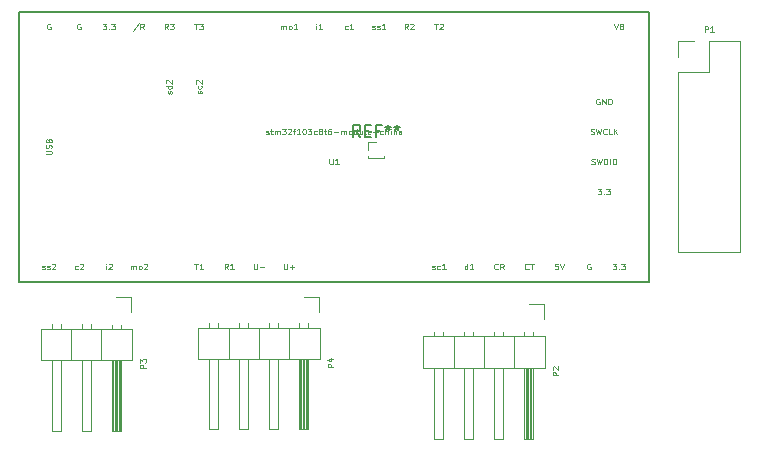
<source format=gto>
G04 #@! TF.FileFunction,Legend,Top*
%FSLAX46Y46*%
G04 Gerber Fmt 4.6, Leading zero omitted, Abs format (unit mm)*
G04 Created by KiCad (PCBNEW 4.0.7) date 12/24/17 13:22:17*
%MOMM*%
%LPD*%
G01*
G04 APERTURE LIST*
%ADD10C,0.100000*%
%ADD11C,0.150000*%
%ADD12C,0.120000*%
%ADD13C,0.125000*%
G04 APERTURE END LIST*
D10*
D11*
X100330000Y-68580000D02*
X153670000Y-68580000D01*
X153670000Y-45720000D02*
X100330000Y-45720000D01*
X153670000Y-68580000D02*
X153670000Y-45720000D01*
X100330000Y-45720000D02*
X100330000Y-68580000D01*
D12*
X156150000Y-50800000D02*
X156150000Y-66100000D01*
X156150000Y-66100000D02*
X161350000Y-66100000D01*
X161350000Y-66100000D02*
X161350000Y-48200000D01*
X161350000Y-48200000D02*
X158750000Y-48200000D01*
X158750000Y-48200000D02*
X158750000Y-50800000D01*
X158750000Y-50800000D02*
X156150000Y-50800000D01*
X156150000Y-49530000D02*
X156150000Y-48200000D01*
X156150000Y-48200000D02*
X157480000Y-48200000D01*
X125790000Y-72460000D02*
X123190000Y-72460000D01*
X123190000Y-72460000D02*
X123190000Y-75080000D01*
X123190000Y-75080000D02*
X125790000Y-75080000D01*
X125790000Y-75080000D02*
X125790000Y-72460000D01*
X124840000Y-75080000D02*
X124080000Y-75080000D01*
X124080000Y-75080000D02*
X124080000Y-81080000D01*
X124080000Y-81080000D02*
X124840000Y-81080000D01*
X124840000Y-81080000D02*
X124840000Y-75080000D01*
X124840000Y-72030000D02*
X124840000Y-72460000D01*
X124080000Y-72030000D02*
X124080000Y-72460000D01*
X124720000Y-75080000D02*
X124720000Y-81080000D01*
X124600000Y-75080000D02*
X124600000Y-81080000D01*
X124480000Y-75080000D02*
X124480000Y-81080000D01*
X124360000Y-75080000D02*
X124360000Y-81080000D01*
X124240000Y-75080000D02*
X124240000Y-81080000D01*
X124120000Y-75080000D02*
X124120000Y-81080000D01*
X123190000Y-72460000D02*
X120650000Y-72460000D01*
X120650000Y-72460000D02*
X120650000Y-75080000D01*
X120650000Y-75080000D02*
X123190000Y-75080000D01*
X123190000Y-75080000D02*
X123190000Y-72460000D01*
X122300000Y-75080000D02*
X121540000Y-75080000D01*
X121540000Y-75080000D02*
X121540000Y-81080000D01*
X121540000Y-81080000D02*
X122300000Y-81080000D01*
X122300000Y-81080000D02*
X122300000Y-75080000D01*
X122300000Y-72030000D02*
X122300000Y-72460000D01*
X121540000Y-72030000D02*
X121540000Y-72460000D01*
X120650000Y-72460000D02*
X118110000Y-72460000D01*
X118110000Y-72460000D02*
X118110000Y-75080000D01*
X118110000Y-75080000D02*
X120650000Y-75080000D01*
X120650000Y-75080000D02*
X120650000Y-72460000D01*
X119760000Y-75080000D02*
X119000000Y-75080000D01*
X119000000Y-75080000D02*
X119000000Y-81080000D01*
X119000000Y-81080000D02*
X119760000Y-81080000D01*
X119760000Y-81080000D02*
X119760000Y-75080000D01*
X119760000Y-72030000D02*
X119760000Y-72460000D01*
X119000000Y-72030000D02*
X119000000Y-72460000D01*
X118110000Y-72460000D02*
X115510000Y-72460000D01*
X115510000Y-72460000D02*
X115510000Y-75080000D01*
X115510000Y-75080000D02*
X118110000Y-75080000D01*
X118110000Y-75080000D02*
X118110000Y-72460000D01*
X117220000Y-75080000D02*
X116460000Y-75080000D01*
X116460000Y-75080000D02*
X116460000Y-81080000D01*
X116460000Y-81080000D02*
X117220000Y-81080000D01*
X117220000Y-81080000D02*
X117220000Y-75080000D01*
X117220000Y-72030000D02*
X117220000Y-72460000D01*
X116460000Y-72030000D02*
X116460000Y-72460000D01*
X124460000Y-69850000D02*
X125730000Y-69850000D01*
X125730000Y-69850000D02*
X125730000Y-71120000D01*
X144840000Y-73195000D02*
X134560000Y-73195000D01*
X134560000Y-73195000D02*
X134560000Y-75855000D01*
X134560000Y-75855000D02*
X144840000Y-75855000D01*
X144840000Y-75855000D02*
X144840000Y-73195000D01*
X143890000Y-75855000D02*
X143890000Y-81855000D01*
X143890000Y-81855000D02*
X143130000Y-81855000D01*
X143130000Y-81855000D02*
X143130000Y-75855000D01*
X143830000Y-75855000D02*
X143830000Y-81855000D01*
X143710000Y-75855000D02*
X143710000Y-81855000D01*
X143590000Y-75855000D02*
X143590000Y-81855000D01*
X143470000Y-75855000D02*
X143470000Y-81855000D01*
X143350000Y-75855000D02*
X143350000Y-81855000D01*
X143230000Y-75855000D02*
X143230000Y-81855000D01*
X143890000Y-72865000D02*
X143890000Y-73195000D01*
X143130000Y-72865000D02*
X143130000Y-73195000D01*
X142240000Y-73195000D02*
X142240000Y-75855000D01*
X141350000Y-75855000D02*
X141350000Y-81855000D01*
X141350000Y-81855000D02*
X140590000Y-81855000D01*
X140590000Y-81855000D02*
X140590000Y-75855000D01*
X141350000Y-72797929D02*
X141350000Y-73195000D01*
X140590000Y-72797929D02*
X140590000Y-73195000D01*
X139700000Y-73195000D02*
X139700000Y-75855000D01*
X138810000Y-75855000D02*
X138810000Y-81855000D01*
X138810000Y-81855000D02*
X138050000Y-81855000D01*
X138050000Y-81855000D02*
X138050000Y-75855000D01*
X138810000Y-72797929D02*
X138810000Y-73195000D01*
X138050000Y-72797929D02*
X138050000Y-73195000D01*
X137160000Y-73195000D02*
X137160000Y-75855000D01*
X136270000Y-75855000D02*
X136270000Y-81855000D01*
X136270000Y-81855000D02*
X135510000Y-81855000D01*
X135510000Y-81855000D02*
X135510000Y-75855000D01*
X136270000Y-72797929D02*
X136270000Y-73195000D01*
X135510000Y-72797929D02*
X135510000Y-73195000D01*
X143510000Y-70485000D02*
X144780000Y-70485000D01*
X144780000Y-70485000D02*
X144780000Y-71755000D01*
X109915000Y-72560000D02*
X102175000Y-72560000D01*
X102175000Y-72560000D02*
X102175000Y-75220000D01*
X102175000Y-75220000D02*
X109915000Y-75220000D01*
X109915000Y-75220000D02*
X109915000Y-72560000D01*
X108965000Y-75220000D02*
X108965000Y-81220000D01*
X108965000Y-81220000D02*
X108205000Y-81220000D01*
X108205000Y-81220000D02*
X108205000Y-75220000D01*
X108905000Y-75220000D02*
X108905000Y-81220000D01*
X108785000Y-75220000D02*
X108785000Y-81220000D01*
X108665000Y-75220000D02*
X108665000Y-81220000D01*
X108545000Y-75220000D02*
X108545000Y-81220000D01*
X108425000Y-75220000D02*
X108425000Y-81220000D01*
X108305000Y-75220000D02*
X108305000Y-81220000D01*
X108965000Y-72230000D02*
X108965000Y-72560000D01*
X108205000Y-72230000D02*
X108205000Y-72560000D01*
X107315000Y-72560000D02*
X107315000Y-75220000D01*
X106425000Y-75220000D02*
X106425000Y-81220000D01*
X106425000Y-81220000D02*
X105665000Y-81220000D01*
X105665000Y-81220000D02*
X105665000Y-75220000D01*
X106425000Y-72162929D02*
X106425000Y-72560000D01*
X105665000Y-72162929D02*
X105665000Y-72560000D01*
X104775000Y-72560000D02*
X104775000Y-75220000D01*
X103885000Y-75220000D02*
X103885000Y-81220000D01*
X103885000Y-81220000D02*
X103125000Y-81220000D01*
X103125000Y-81220000D02*
X103125000Y-75220000D01*
X103885000Y-72162929D02*
X103885000Y-72560000D01*
X103125000Y-72162929D02*
X103125000Y-72560000D01*
X108585000Y-69850000D02*
X109855000Y-69850000D01*
X109855000Y-69850000D02*
X109855000Y-71120000D01*
X129861000Y-58089000D02*
X131251000Y-58089000D01*
X129861000Y-58089000D02*
X129861000Y-57964000D01*
X131251000Y-58089000D02*
X131251000Y-57964000D01*
X129861000Y-58089000D02*
X129947724Y-58089000D01*
X131164276Y-58089000D02*
X131251000Y-58089000D01*
X129861000Y-57404000D02*
X129861000Y-56719000D01*
X129861000Y-56719000D02*
X130556000Y-56719000D01*
D13*
X126619048Y-58146190D02*
X126619048Y-58550952D01*
X126642857Y-58598571D01*
X126666667Y-58622381D01*
X126714286Y-58646190D01*
X126809524Y-58646190D01*
X126857143Y-58622381D01*
X126880952Y-58598571D01*
X126904762Y-58550952D01*
X126904762Y-58146190D01*
X127404762Y-58646190D02*
X127119048Y-58646190D01*
X127261905Y-58646190D02*
X127261905Y-58146190D01*
X127214286Y-58217619D01*
X127166667Y-58265238D01*
X127119048Y-58289048D01*
X121261907Y-56082381D02*
X121309526Y-56106190D01*
X121404764Y-56106190D01*
X121452383Y-56082381D01*
X121476193Y-56034762D01*
X121476193Y-56010952D01*
X121452383Y-55963333D01*
X121404764Y-55939524D01*
X121333336Y-55939524D01*
X121285717Y-55915714D01*
X121261907Y-55868095D01*
X121261907Y-55844286D01*
X121285717Y-55796667D01*
X121333336Y-55772857D01*
X121404764Y-55772857D01*
X121452383Y-55796667D01*
X121619050Y-55772857D02*
X121809526Y-55772857D01*
X121690479Y-55606190D02*
X121690479Y-56034762D01*
X121714288Y-56082381D01*
X121761907Y-56106190D01*
X121809526Y-56106190D01*
X121976193Y-56106190D02*
X121976193Y-55772857D01*
X121976193Y-55820476D02*
X122000002Y-55796667D01*
X122047621Y-55772857D01*
X122119050Y-55772857D01*
X122166669Y-55796667D01*
X122190478Y-55844286D01*
X122190478Y-56106190D01*
X122190478Y-55844286D02*
X122214288Y-55796667D01*
X122261907Y-55772857D01*
X122333335Y-55772857D01*
X122380955Y-55796667D01*
X122404764Y-55844286D01*
X122404764Y-56106190D01*
X122595241Y-55606190D02*
X122904764Y-55606190D01*
X122738098Y-55796667D01*
X122809526Y-55796667D01*
X122857145Y-55820476D01*
X122880955Y-55844286D01*
X122904764Y-55891905D01*
X122904764Y-56010952D01*
X122880955Y-56058571D01*
X122857145Y-56082381D01*
X122809526Y-56106190D01*
X122666669Y-56106190D01*
X122619050Y-56082381D01*
X122595241Y-56058571D01*
X123095240Y-55653810D02*
X123119050Y-55630000D01*
X123166669Y-55606190D01*
X123285716Y-55606190D01*
X123333335Y-55630000D01*
X123357145Y-55653810D01*
X123380954Y-55701429D01*
X123380954Y-55749048D01*
X123357145Y-55820476D01*
X123071431Y-56106190D01*
X123380954Y-56106190D01*
X123523811Y-55772857D02*
X123714287Y-55772857D01*
X123595240Y-56106190D02*
X123595240Y-55677619D01*
X123619049Y-55630000D01*
X123666668Y-55606190D01*
X123714287Y-55606190D01*
X124142858Y-56106190D02*
X123857144Y-56106190D01*
X124000001Y-56106190D02*
X124000001Y-55606190D01*
X123952382Y-55677619D01*
X123904763Y-55725238D01*
X123857144Y-55749048D01*
X124452382Y-55606190D02*
X124500001Y-55606190D01*
X124547620Y-55630000D01*
X124571429Y-55653810D01*
X124595239Y-55701429D01*
X124619048Y-55796667D01*
X124619048Y-55915714D01*
X124595239Y-56010952D01*
X124571429Y-56058571D01*
X124547620Y-56082381D01*
X124500001Y-56106190D01*
X124452382Y-56106190D01*
X124404763Y-56082381D01*
X124380953Y-56058571D01*
X124357144Y-56010952D01*
X124333334Y-55915714D01*
X124333334Y-55796667D01*
X124357144Y-55701429D01*
X124380953Y-55653810D01*
X124404763Y-55630000D01*
X124452382Y-55606190D01*
X124785715Y-55606190D02*
X125095238Y-55606190D01*
X124928572Y-55796667D01*
X125000000Y-55796667D01*
X125047619Y-55820476D01*
X125071429Y-55844286D01*
X125095238Y-55891905D01*
X125095238Y-56010952D01*
X125071429Y-56058571D01*
X125047619Y-56082381D01*
X125000000Y-56106190D01*
X124857143Y-56106190D01*
X124809524Y-56082381D01*
X124785715Y-56058571D01*
X125523809Y-56082381D02*
X125476190Y-56106190D01*
X125380952Y-56106190D01*
X125333333Y-56082381D01*
X125309524Y-56058571D01*
X125285714Y-56010952D01*
X125285714Y-55868095D01*
X125309524Y-55820476D01*
X125333333Y-55796667D01*
X125380952Y-55772857D01*
X125476190Y-55772857D01*
X125523809Y-55796667D01*
X125809523Y-55820476D02*
X125761904Y-55796667D01*
X125738095Y-55772857D01*
X125714285Y-55725238D01*
X125714285Y-55701429D01*
X125738095Y-55653810D01*
X125761904Y-55630000D01*
X125809523Y-55606190D01*
X125904761Y-55606190D01*
X125952380Y-55630000D01*
X125976190Y-55653810D01*
X125999999Y-55701429D01*
X125999999Y-55725238D01*
X125976190Y-55772857D01*
X125952380Y-55796667D01*
X125904761Y-55820476D01*
X125809523Y-55820476D01*
X125761904Y-55844286D01*
X125738095Y-55868095D01*
X125714285Y-55915714D01*
X125714285Y-56010952D01*
X125738095Y-56058571D01*
X125761904Y-56082381D01*
X125809523Y-56106190D01*
X125904761Y-56106190D01*
X125952380Y-56082381D01*
X125976190Y-56058571D01*
X125999999Y-56010952D01*
X125999999Y-55915714D01*
X125976190Y-55868095D01*
X125952380Y-55844286D01*
X125904761Y-55820476D01*
X126142856Y-55772857D02*
X126333332Y-55772857D01*
X126214285Y-55606190D02*
X126214285Y-56034762D01*
X126238094Y-56082381D01*
X126285713Y-56106190D01*
X126333332Y-56106190D01*
X126714284Y-55606190D02*
X126619046Y-55606190D01*
X126571427Y-55630000D01*
X126547618Y-55653810D01*
X126499999Y-55725238D01*
X126476189Y-55820476D01*
X126476189Y-56010952D01*
X126499999Y-56058571D01*
X126523808Y-56082381D01*
X126571427Y-56106190D01*
X126666665Y-56106190D01*
X126714284Y-56082381D01*
X126738094Y-56058571D01*
X126761903Y-56010952D01*
X126761903Y-55891905D01*
X126738094Y-55844286D01*
X126714284Y-55820476D01*
X126666665Y-55796667D01*
X126571427Y-55796667D01*
X126523808Y-55820476D01*
X126499999Y-55844286D01*
X126476189Y-55891905D01*
X126976189Y-55915714D02*
X127357141Y-55915714D01*
X127595237Y-56106190D02*
X127595237Y-55772857D01*
X127595237Y-55820476D02*
X127619046Y-55796667D01*
X127666665Y-55772857D01*
X127738094Y-55772857D01*
X127785713Y-55796667D01*
X127809522Y-55844286D01*
X127809522Y-56106190D01*
X127809522Y-55844286D02*
X127833332Y-55796667D01*
X127880951Y-55772857D01*
X127952379Y-55772857D01*
X127999999Y-55796667D01*
X128023808Y-55844286D01*
X128023808Y-56106190D01*
X128333332Y-56106190D02*
X128285713Y-56082381D01*
X128261904Y-56058571D01*
X128238094Y-56010952D01*
X128238094Y-55868095D01*
X128261904Y-55820476D01*
X128285713Y-55796667D01*
X128333332Y-55772857D01*
X128404761Y-55772857D01*
X128452380Y-55796667D01*
X128476189Y-55820476D01*
X128499999Y-55868095D01*
X128499999Y-56010952D01*
X128476189Y-56058571D01*
X128452380Y-56082381D01*
X128404761Y-56106190D01*
X128333332Y-56106190D01*
X128928570Y-56106190D02*
X128928570Y-55606190D01*
X128928570Y-56082381D02*
X128880951Y-56106190D01*
X128785713Y-56106190D01*
X128738094Y-56082381D01*
X128714285Y-56058571D01*
X128690475Y-56010952D01*
X128690475Y-55868095D01*
X128714285Y-55820476D01*
X128738094Y-55796667D01*
X128785713Y-55772857D01*
X128880951Y-55772857D01*
X128928570Y-55796667D01*
X129380951Y-55772857D02*
X129380951Y-56106190D01*
X129166666Y-55772857D02*
X129166666Y-56034762D01*
X129190475Y-56082381D01*
X129238094Y-56106190D01*
X129309523Y-56106190D01*
X129357142Y-56082381D01*
X129380951Y-56058571D01*
X129690475Y-56106190D02*
X129642856Y-56082381D01*
X129619047Y-56034762D01*
X129619047Y-55606190D01*
X130071428Y-56082381D02*
X130023809Y-56106190D01*
X129928571Y-56106190D01*
X129880952Y-56082381D01*
X129857142Y-56034762D01*
X129857142Y-55844286D01*
X129880952Y-55796667D01*
X129928571Y-55772857D01*
X130023809Y-55772857D01*
X130071428Y-55796667D01*
X130095237Y-55844286D01*
X130095237Y-55891905D01*
X129857142Y-55939524D01*
X130309523Y-55915714D02*
X130690475Y-55915714D01*
X131142856Y-56082381D02*
X131095237Y-56106190D01*
X130999999Y-56106190D01*
X130952380Y-56082381D01*
X130928571Y-56058571D01*
X130904761Y-56010952D01*
X130904761Y-55868095D01*
X130928571Y-55820476D01*
X130952380Y-55796667D01*
X130999999Y-55772857D01*
X131095237Y-55772857D01*
X131142856Y-55796667D01*
X131357142Y-56106190D02*
X131357142Y-55606190D01*
X131571427Y-56106190D02*
X131571427Y-55844286D01*
X131547618Y-55796667D01*
X131499999Y-55772857D01*
X131428570Y-55772857D01*
X131380951Y-55796667D01*
X131357142Y-55820476D01*
X131809523Y-56106190D02*
X131809523Y-55772857D01*
X131809523Y-55606190D02*
X131785713Y-55630000D01*
X131809523Y-55653810D01*
X131833332Y-55630000D01*
X131809523Y-55606190D01*
X131809523Y-55653810D01*
X132047618Y-55772857D02*
X132047618Y-56106190D01*
X132047618Y-55820476D02*
X132071427Y-55796667D01*
X132119046Y-55772857D01*
X132190475Y-55772857D01*
X132238094Y-55796667D01*
X132261903Y-55844286D01*
X132261903Y-56106190D01*
X132714284Y-56106190D02*
X132714284Y-55844286D01*
X132690475Y-55796667D01*
X132642856Y-55772857D01*
X132547618Y-55772857D01*
X132499999Y-55796667D01*
X132714284Y-56082381D02*
X132666665Y-56106190D01*
X132547618Y-56106190D01*
X132499999Y-56082381D01*
X132476189Y-56034762D01*
X132476189Y-55987143D01*
X132499999Y-55939524D01*
X132547618Y-55915714D01*
X132666665Y-55915714D01*
X132714284Y-55891905D01*
X115772381Y-52629523D02*
X115796190Y-52581904D01*
X115796190Y-52486666D01*
X115772381Y-52439047D01*
X115724762Y-52415237D01*
X115700952Y-52415237D01*
X115653333Y-52439047D01*
X115629524Y-52486666D01*
X115629524Y-52558094D01*
X115605714Y-52605713D01*
X115558095Y-52629523D01*
X115534286Y-52629523D01*
X115486667Y-52605713D01*
X115462857Y-52558094D01*
X115462857Y-52486666D01*
X115486667Y-52439047D01*
X115772381Y-51986666D02*
X115796190Y-52034285D01*
X115796190Y-52129523D01*
X115772381Y-52177142D01*
X115748571Y-52200951D01*
X115700952Y-52224761D01*
X115558095Y-52224761D01*
X115510476Y-52200951D01*
X115486667Y-52177142D01*
X115462857Y-52129523D01*
X115462857Y-52034285D01*
X115486667Y-51986666D01*
X115343810Y-51796190D02*
X115320000Y-51772380D01*
X115296190Y-51724761D01*
X115296190Y-51605714D01*
X115320000Y-51558095D01*
X115343810Y-51534285D01*
X115391429Y-51510476D01*
X115439048Y-51510476D01*
X115510476Y-51534285D01*
X115796190Y-51819999D01*
X115796190Y-51510476D01*
X113232381Y-52641428D02*
X113256190Y-52593809D01*
X113256190Y-52498571D01*
X113232381Y-52450952D01*
X113184762Y-52427142D01*
X113160952Y-52427142D01*
X113113333Y-52450952D01*
X113089524Y-52498571D01*
X113089524Y-52569999D01*
X113065714Y-52617618D01*
X113018095Y-52641428D01*
X112994286Y-52641428D01*
X112946667Y-52617618D01*
X112922857Y-52569999D01*
X112922857Y-52498571D01*
X112946667Y-52450952D01*
X113256190Y-51998571D02*
X112756190Y-51998571D01*
X113232381Y-51998571D02*
X113256190Y-52046190D01*
X113256190Y-52141428D01*
X113232381Y-52189047D01*
X113208571Y-52212856D01*
X113160952Y-52236666D01*
X113018095Y-52236666D01*
X112970476Y-52212856D01*
X112946667Y-52189047D01*
X112922857Y-52141428D01*
X112922857Y-52046190D01*
X112946667Y-51998571D01*
X112803810Y-51784285D02*
X112780000Y-51760475D01*
X112756190Y-51712856D01*
X112756190Y-51593809D01*
X112780000Y-51546190D01*
X112803810Y-51522380D01*
X112851429Y-51498571D01*
X112899048Y-51498571D01*
X112970476Y-51522380D01*
X113256190Y-51808094D01*
X113256190Y-51498571D01*
X109811429Y-67536190D02*
X109811429Y-67202857D01*
X109811429Y-67250476D02*
X109835238Y-67226667D01*
X109882857Y-67202857D01*
X109954286Y-67202857D01*
X110001905Y-67226667D01*
X110025714Y-67274286D01*
X110025714Y-67536190D01*
X110025714Y-67274286D02*
X110049524Y-67226667D01*
X110097143Y-67202857D01*
X110168571Y-67202857D01*
X110216191Y-67226667D01*
X110240000Y-67274286D01*
X110240000Y-67536190D01*
X110549524Y-67536190D02*
X110501905Y-67512381D01*
X110478096Y-67488571D01*
X110454286Y-67440952D01*
X110454286Y-67298095D01*
X110478096Y-67250476D01*
X110501905Y-67226667D01*
X110549524Y-67202857D01*
X110620953Y-67202857D01*
X110668572Y-67226667D01*
X110692381Y-67250476D01*
X110716191Y-67298095D01*
X110716191Y-67440952D01*
X110692381Y-67488571D01*
X110668572Y-67512381D01*
X110620953Y-67536190D01*
X110549524Y-67536190D01*
X110906667Y-67083810D02*
X110930477Y-67060000D01*
X110978096Y-67036190D01*
X111097143Y-67036190D01*
X111144762Y-67060000D01*
X111168572Y-67083810D01*
X111192381Y-67131429D01*
X111192381Y-67179048D01*
X111168572Y-67250476D01*
X110882858Y-67536190D01*
X111192381Y-67536190D01*
X107711906Y-67536190D02*
X107711906Y-67202857D01*
X107711906Y-67036190D02*
X107688096Y-67060000D01*
X107711906Y-67083810D01*
X107735715Y-67060000D01*
X107711906Y-67036190D01*
X107711906Y-67083810D01*
X107926191Y-67083810D02*
X107950001Y-67060000D01*
X107997620Y-67036190D01*
X108116667Y-67036190D01*
X108164286Y-67060000D01*
X108188096Y-67083810D01*
X108211905Y-67131429D01*
X108211905Y-67179048D01*
X108188096Y-67250476D01*
X107902382Y-67536190D01*
X108211905Y-67536190D01*
X105290953Y-67512381D02*
X105243334Y-67536190D01*
X105148096Y-67536190D01*
X105100477Y-67512381D01*
X105076668Y-67488571D01*
X105052858Y-67440952D01*
X105052858Y-67298095D01*
X105076668Y-67250476D01*
X105100477Y-67226667D01*
X105148096Y-67202857D01*
X105243334Y-67202857D01*
X105290953Y-67226667D01*
X105481429Y-67083810D02*
X105505239Y-67060000D01*
X105552858Y-67036190D01*
X105671905Y-67036190D01*
X105719524Y-67060000D01*
X105743334Y-67083810D01*
X105767143Y-67131429D01*
X105767143Y-67179048D01*
X105743334Y-67250476D01*
X105457620Y-67536190D01*
X105767143Y-67536190D01*
X102322381Y-67512381D02*
X102370000Y-67536190D01*
X102465238Y-67536190D01*
X102512857Y-67512381D01*
X102536667Y-67464762D01*
X102536667Y-67440952D01*
X102512857Y-67393333D01*
X102465238Y-67369524D01*
X102393810Y-67369524D01*
X102346191Y-67345714D01*
X102322381Y-67298095D01*
X102322381Y-67274286D01*
X102346191Y-67226667D01*
X102393810Y-67202857D01*
X102465238Y-67202857D01*
X102512857Y-67226667D01*
X102727143Y-67512381D02*
X102774762Y-67536190D01*
X102870000Y-67536190D01*
X102917619Y-67512381D01*
X102941429Y-67464762D01*
X102941429Y-67440952D01*
X102917619Y-67393333D01*
X102870000Y-67369524D01*
X102798572Y-67369524D01*
X102750953Y-67345714D01*
X102727143Y-67298095D01*
X102727143Y-67274286D01*
X102750953Y-67226667D01*
X102798572Y-67202857D01*
X102870000Y-67202857D01*
X102917619Y-67226667D01*
X103131905Y-67083810D02*
X103155715Y-67060000D01*
X103203334Y-67036190D01*
X103322381Y-67036190D01*
X103370000Y-67060000D01*
X103393810Y-67083810D01*
X103417619Y-67131429D01*
X103417619Y-67179048D01*
X103393810Y-67250476D01*
X103108096Y-67536190D01*
X103417619Y-67536190D01*
X138299048Y-67536190D02*
X138299048Y-67036190D01*
X138299048Y-67512381D02*
X138251429Y-67536190D01*
X138156191Y-67536190D01*
X138108572Y-67512381D01*
X138084763Y-67488571D01*
X138060953Y-67440952D01*
X138060953Y-67298095D01*
X138084763Y-67250476D01*
X138108572Y-67226667D01*
X138156191Y-67202857D01*
X138251429Y-67202857D01*
X138299048Y-67226667D01*
X138799048Y-67536190D02*
X138513334Y-67536190D01*
X138656191Y-67536190D02*
X138656191Y-67036190D01*
X138608572Y-67107619D01*
X138560953Y-67155238D01*
X138513334Y-67179048D01*
X135330477Y-67512381D02*
X135378096Y-67536190D01*
X135473334Y-67536190D01*
X135520953Y-67512381D01*
X135544763Y-67464762D01*
X135544763Y-67440952D01*
X135520953Y-67393333D01*
X135473334Y-67369524D01*
X135401906Y-67369524D01*
X135354287Y-67345714D01*
X135330477Y-67298095D01*
X135330477Y-67274286D01*
X135354287Y-67226667D01*
X135401906Y-67202857D01*
X135473334Y-67202857D01*
X135520953Y-67226667D01*
X135973334Y-67512381D02*
X135925715Y-67536190D01*
X135830477Y-67536190D01*
X135782858Y-67512381D01*
X135759049Y-67488571D01*
X135735239Y-67440952D01*
X135735239Y-67298095D01*
X135759049Y-67250476D01*
X135782858Y-67226667D01*
X135830477Y-67202857D01*
X135925715Y-67202857D01*
X135973334Y-67226667D01*
X136449524Y-67536190D02*
X136163810Y-67536190D01*
X136306667Y-67536190D02*
X136306667Y-67036190D01*
X136259048Y-67107619D01*
X136211429Y-67155238D01*
X136163810Y-67179048D01*
X135509048Y-46716190D02*
X135794762Y-46716190D01*
X135651905Y-47216190D02*
X135651905Y-46716190D01*
X135937619Y-46763810D02*
X135961429Y-46740000D01*
X136009048Y-46716190D01*
X136128095Y-46716190D01*
X136175714Y-46740000D01*
X136199524Y-46763810D01*
X136223333Y-46811429D01*
X136223333Y-46859048D01*
X136199524Y-46930476D01*
X135913810Y-47216190D01*
X136223333Y-47216190D01*
X133266667Y-47216190D02*
X133100000Y-46978095D01*
X132980953Y-47216190D02*
X132980953Y-46716190D01*
X133171429Y-46716190D01*
X133219048Y-46740000D01*
X133242857Y-46763810D01*
X133266667Y-46811429D01*
X133266667Y-46882857D01*
X133242857Y-46930476D01*
X133219048Y-46954286D01*
X133171429Y-46978095D01*
X132980953Y-46978095D01*
X133457143Y-46763810D02*
X133480953Y-46740000D01*
X133528572Y-46716190D01*
X133647619Y-46716190D01*
X133695238Y-46740000D01*
X133719048Y-46763810D01*
X133742857Y-46811429D01*
X133742857Y-46859048D01*
X133719048Y-46930476D01*
X133433334Y-47216190D01*
X133742857Y-47216190D01*
X130262381Y-47192381D02*
X130310000Y-47216190D01*
X130405238Y-47216190D01*
X130452857Y-47192381D01*
X130476667Y-47144762D01*
X130476667Y-47120952D01*
X130452857Y-47073333D01*
X130405238Y-47049524D01*
X130333810Y-47049524D01*
X130286191Y-47025714D01*
X130262381Y-46978095D01*
X130262381Y-46954286D01*
X130286191Y-46906667D01*
X130333810Y-46882857D01*
X130405238Y-46882857D01*
X130452857Y-46906667D01*
X130667143Y-47192381D02*
X130714762Y-47216190D01*
X130810000Y-47216190D01*
X130857619Y-47192381D01*
X130881429Y-47144762D01*
X130881429Y-47120952D01*
X130857619Y-47073333D01*
X130810000Y-47049524D01*
X130738572Y-47049524D01*
X130690953Y-47025714D01*
X130667143Y-46978095D01*
X130667143Y-46954286D01*
X130690953Y-46906667D01*
X130738572Y-46882857D01*
X130810000Y-46882857D01*
X130857619Y-46906667D01*
X131357619Y-47216190D02*
X131071905Y-47216190D01*
X131214762Y-47216190D02*
X131214762Y-46716190D01*
X131167143Y-46787619D01*
X131119524Y-46835238D01*
X131071905Y-46859048D01*
X128150953Y-47192381D02*
X128103334Y-47216190D01*
X128008096Y-47216190D01*
X127960477Y-47192381D01*
X127936668Y-47168571D01*
X127912858Y-47120952D01*
X127912858Y-46978095D01*
X127936668Y-46930476D01*
X127960477Y-46906667D01*
X128008096Y-46882857D01*
X128103334Y-46882857D01*
X128150953Y-46906667D01*
X128627143Y-47216190D02*
X128341429Y-47216190D01*
X128484286Y-47216190D02*
X128484286Y-46716190D01*
X128436667Y-46787619D01*
X128389048Y-46835238D01*
X128341429Y-46859048D01*
X125491906Y-47216190D02*
X125491906Y-46882857D01*
X125491906Y-46716190D02*
X125468096Y-46740000D01*
X125491906Y-46763810D01*
X125515715Y-46740000D01*
X125491906Y-46716190D01*
X125491906Y-46763810D01*
X125991905Y-47216190D02*
X125706191Y-47216190D01*
X125849048Y-47216190D02*
X125849048Y-46716190D01*
X125801429Y-46787619D01*
X125753810Y-46835238D01*
X125706191Y-46859048D01*
X122511429Y-47216190D02*
X122511429Y-46882857D01*
X122511429Y-46930476D02*
X122535238Y-46906667D01*
X122582857Y-46882857D01*
X122654286Y-46882857D01*
X122701905Y-46906667D01*
X122725714Y-46954286D01*
X122725714Y-47216190D01*
X122725714Y-46954286D02*
X122749524Y-46906667D01*
X122797143Y-46882857D01*
X122868571Y-46882857D01*
X122916191Y-46906667D01*
X122940000Y-46954286D01*
X122940000Y-47216190D01*
X123249524Y-47216190D02*
X123201905Y-47192381D01*
X123178096Y-47168571D01*
X123154286Y-47120952D01*
X123154286Y-46978095D01*
X123178096Y-46930476D01*
X123201905Y-46906667D01*
X123249524Y-46882857D01*
X123320953Y-46882857D01*
X123368572Y-46906667D01*
X123392381Y-46930476D01*
X123416191Y-46978095D01*
X123416191Y-47120952D01*
X123392381Y-47168571D01*
X123368572Y-47192381D01*
X123320953Y-47216190D01*
X123249524Y-47216190D01*
X123892381Y-47216190D02*
X123606667Y-47216190D01*
X123749524Y-47216190D02*
X123749524Y-46716190D01*
X123701905Y-46787619D01*
X123654286Y-46835238D01*
X123606667Y-46859048D01*
X115189048Y-46716190D02*
X115474762Y-46716190D01*
X115331905Y-47216190D02*
X115331905Y-46716190D01*
X115593810Y-46716190D02*
X115903333Y-46716190D01*
X115736667Y-46906667D01*
X115808095Y-46906667D01*
X115855714Y-46930476D01*
X115879524Y-46954286D01*
X115903333Y-47001905D01*
X115903333Y-47120952D01*
X115879524Y-47168571D01*
X115855714Y-47192381D01*
X115808095Y-47216190D01*
X115665238Y-47216190D01*
X115617619Y-47192381D01*
X115593810Y-47168571D01*
X112946667Y-47216190D02*
X112780000Y-46978095D01*
X112660953Y-47216190D02*
X112660953Y-46716190D01*
X112851429Y-46716190D01*
X112899048Y-46740000D01*
X112922857Y-46763810D01*
X112946667Y-46811429D01*
X112946667Y-46882857D01*
X112922857Y-46930476D01*
X112899048Y-46954286D01*
X112851429Y-46978095D01*
X112660953Y-46978095D01*
X113113334Y-46716190D02*
X113422857Y-46716190D01*
X113256191Y-46906667D01*
X113327619Y-46906667D01*
X113375238Y-46930476D01*
X113399048Y-46954286D01*
X113422857Y-47001905D01*
X113422857Y-47120952D01*
X113399048Y-47168571D01*
X113375238Y-47192381D01*
X113327619Y-47216190D01*
X113184762Y-47216190D01*
X113137143Y-47192381D01*
X113113334Y-47168571D01*
X143474286Y-67488571D02*
X143450476Y-67512381D01*
X143379048Y-67536190D01*
X143331429Y-67536190D01*
X143260000Y-67512381D01*
X143212381Y-67464762D01*
X143188572Y-67417143D01*
X143164762Y-67321905D01*
X143164762Y-67250476D01*
X143188572Y-67155238D01*
X143212381Y-67107619D01*
X143260000Y-67060000D01*
X143331429Y-67036190D01*
X143379048Y-67036190D01*
X143450476Y-67060000D01*
X143474286Y-67083810D01*
X143617143Y-67036190D02*
X143902857Y-67036190D01*
X143760000Y-67536190D02*
X143760000Y-67036190D01*
X140874762Y-67488571D02*
X140850952Y-67512381D01*
X140779524Y-67536190D01*
X140731905Y-67536190D01*
X140660476Y-67512381D01*
X140612857Y-67464762D01*
X140589048Y-67417143D01*
X140565238Y-67321905D01*
X140565238Y-67250476D01*
X140589048Y-67155238D01*
X140612857Y-67107619D01*
X140660476Y-67060000D01*
X140731905Y-67036190D01*
X140779524Y-67036190D01*
X140850952Y-67060000D01*
X140874762Y-67083810D01*
X141374762Y-67536190D02*
X141208095Y-67298095D01*
X141089048Y-67536190D02*
X141089048Y-67036190D01*
X141279524Y-67036190D01*
X141327143Y-67060000D01*
X141350952Y-67083810D01*
X141374762Y-67131429D01*
X141374762Y-67202857D01*
X141350952Y-67250476D01*
X141327143Y-67274286D01*
X141279524Y-67298095D01*
X141089048Y-67298095D01*
X122737619Y-67036190D02*
X122737619Y-67440952D01*
X122761428Y-67488571D01*
X122785238Y-67512381D01*
X122832857Y-67536190D01*
X122928095Y-67536190D01*
X122975714Y-67512381D01*
X122999523Y-67488571D01*
X123023333Y-67440952D01*
X123023333Y-67036190D01*
X123261429Y-67345714D02*
X123642381Y-67345714D01*
X123451905Y-67536190D02*
X123451905Y-67155238D01*
X120197619Y-67036190D02*
X120197619Y-67440952D01*
X120221428Y-67488571D01*
X120245238Y-67512381D01*
X120292857Y-67536190D01*
X120388095Y-67536190D01*
X120435714Y-67512381D01*
X120459523Y-67488571D01*
X120483333Y-67440952D01*
X120483333Y-67036190D01*
X120721429Y-67345714D02*
X121102381Y-67345714D01*
X118026667Y-67536190D02*
X117860000Y-67298095D01*
X117740953Y-67536190D02*
X117740953Y-67036190D01*
X117931429Y-67036190D01*
X117979048Y-67060000D01*
X118002857Y-67083810D01*
X118026667Y-67131429D01*
X118026667Y-67202857D01*
X118002857Y-67250476D01*
X117979048Y-67274286D01*
X117931429Y-67298095D01*
X117740953Y-67298095D01*
X118502857Y-67536190D02*
X118217143Y-67536190D01*
X118360000Y-67536190D02*
X118360000Y-67036190D01*
X118312381Y-67107619D01*
X118264762Y-67155238D01*
X118217143Y-67179048D01*
X115189048Y-67036190D02*
X115474762Y-67036190D01*
X115331905Y-67536190D02*
X115331905Y-67036190D01*
X115903333Y-67536190D02*
X115617619Y-67536190D01*
X115760476Y-67536190D02*
X115760476Y-67036190D01*
X115712857Y-67107619D01*
X115665238Y-67155238D01*
X115617619Y-67179048D01*
X149336192Y-60686190D02*
X149645715Y-60686190D01*
X149479049Y-60876667D01*
X149550477Y-60876667D01*
X149598096Y-60900476D01*
X149621906Y-60924286D01*
X149645715Y-60971905D01*
X149645715Y-61090952D01*
X149621906Y-61138571D01*
X149598096Y-61162381D01*
X149550477Y-61186190D01*
X149407620Y-61186190D01*
X149360001Y-61162381D01*
X149336192Y-61138571D01*
X149860001Y-61138571D02*
X149883810Y-61162381D01*
X149860001Y-61186190D01*
X149836191Y-61162381D01*
X149860001Y-61138571D01*
X149860001Y-61186190D01*
X150050477Y-60686190D02*
X150360000Y-60686190D01*
X150193334Y-60876667D01*
X150264762Y-60876667D01*
X150312381Y-60900476D01*
X150336191Y-60924286D01*
X150360000Y-60971905D01*
X150360000Y-61090952D01*
X150336191Y-61138571D01*
X150312381Y-61162381D01*
X150264762Y-61186190D01*
X150121905Y-61186190D01*
X150074286Y-61162381D01*
X150050477Y-61138571D01*
X148800476Y-58622381D02*
X148871905Y-58646190D01*
X148990952Y-58646190D01*
X149038571Y-58622381D01*
X149062381Y-58598571D01*
X149086190Y-58550952D01*
X149086190Y-58503333D01*
X149062381Y-58455714D01*
X149038571Y-58431905D01*
X148990952Y-58408095D01*
X148895714Y-58384286D01*
X148848095Y-58360476D01*
X148824286Y-58336667D01*
X148800476Y-58289048D01*
X148800476Y-58241429D01*
X148824286Y-58193810D01*
X148848095Y-58170000D01*
X148895714Y-58146190D01*
X149014762Y-58146190D01*
X149086190Y-58170000D01*
X149252857Y-58146190D02*
X149371904Y-58646190D01*
X149467142Y-58289048D01*
X149562380Y-58646190D01*
X149681428Y-58146190D01*
X149871905Y-58646190D02*
X149871905Y-58146190D01*
X149990952Y-58146190D01*
X150062381Y-58170000D01*
X150110000Y-58217619D01*
X150133809Y-58265238D01*
X150157619Y-58360476D01*
X150157619Y-58431905D01*
X150133809Y-58527143D01*
X150110000Y-58574762D01*
X150062381Y-58622381D01*
X149990952Y-58646190D01*
X149871905Y-58646190D01*
X150371905Y-58646190D02*
X150371905Y-58146190D01*
X150705238Y-58146190D02*
X150800476Y-58146190D01*
X150848095Y-58170000D01*
X150895714Y-58217619D01*
X150919523Y-58312857D01*
X150919523Y-58479524D01*
X150895714Y-58574762D01*
X150848095Y-58622381D01*
X150800476Y-58646190D01*
X150705238Y-58646190D01*
X150657619Y-58622381D01*
X150610000Y-58574762D01*
X150586190Y-58479524D01*
X150586190Y-58312857D01*
X150610000Y-58217619D01*
X150657619Y-58170000D01*
X150705238Y-58146190D01*
X148729048Y-56082381D02*
X148800477Y-56106190D01*
X148919524Y-56106190D01*
X148967143Y-56082381D01*
X148990953Y-56058571D01*
X149014762Y-56010952D01*
X149014762Y-55963333D01*
X148990953Y-55915714D01*
X148967143Y-55891905D01*
X148919524Y-55868095D01*
X148824286Y-55844286D01*
X148776667Y-55820476D01*
X148752858Y-55796667D01*
X148729048Y-55749048D01*
X148729048Y-55701429D01*
X148752858Y-55653810D01*
X148776667Y-55630000D01*
X148824286Y-55606190D01*
X148943334Y-55606190D01*
X149014762Y-55630000D01*
X149181429Y-55606190D02*
X149300476Y-56106190D01*
X149395714Y-55749048D01*
X149490952Y-56106190D01*
X149610000Y-55606190D01*
X150086191Y-56058571D02*
X150062381Y-56082381D01*
X149990953Y-56106190D01*
X149943334Y-56106190D01*
X149871905Y-56082381D01*
X149824286Y-56034762D01*
X149800477Y-55987143D01*
X149776667Y-55891905D01*
X149776667Y-55820476D01*
X149800477Y-55725238D01*
X149824286Y-55677619D01*
X149871905Y-55630000D01*
X149943334Y-55606190D01*
X149990953Y-55606190D01*
X150062381Y-55630000D01*
X150086191Y-55653810D01*
X150538572Y-56106190D02*
X150300477Y-56106190D01*
X150300477Y-55606190D01*
X150705239Y-56106190D02*
X150705239Y-55606190D01*
X150990953Y-56106190D02*
X150776667Y-55820476D01*
X150990953Y-55606190D02*
X150705239Y-55891905D01*
X149479047Y-53090000D02*
X149431428Y-53066190D01*
X149360000Y-53066190D01*
X149288571Y-53090000D01*
X149240952Y-53137619D01*
X149217143Y-53185238D01*
X149193333Y-53280476D01*
X149193333Y-53351905D01*
X149217143Y-53447143D01*
X149240952Y-53494762D01*
X149288571Y-53542381D01*
X149360000Y-53566190D01*
X149407619Y-53566190D01*
X149479047Y-53542381D01*
X149502857Y-53518571D01*
X149502857Y-53351905D01*
X149407619Y-53351905D01*
X149717143Y-53566190D02*
X149717143Y-53066190D01*
X150002857Y-53566190D01*
X150002857Y-53066190D01*
X150240953Y-53566190D02*
X150240953Y-53066190D01*
X150360000Y-53066190D01*
X150431429Y-53090000D01*
X150479048Y-53137619D01*
X150502857Y-53185238D01*
X150526667Y-53280476D01*
X150526667Y-53351905D01*
X150502857Y-53447143D01*
X150479048Y-53494762D01*
X150431429Y-53542381D01*
X150360000Y-53566190D01*
X150240953Y-53566190D01*
X150606192Y-67036190D02*
X150915715Y-67036190D01*
X150749049Y-67226667D01*
X150820477Y-67226667D01*
X150868096Y-67250476D01*
X150891906Y-67274286D01*
X150915715Y-67321905D01*
X150915715Y-67440952D01*
X150891906Y-67488571D01*
X150868096Y-67512381D01*
X150820477Y-67536190D01*
X150677620Y-67536190D01*
X150630001Y-67512381D01*
X150606192Y-67488571D01*
X151130001Y-67488571D02*
X151153810Y-67512381D01*
X151130001Y-67536190D01*
X151106191Y-67512381D01*
X151130001Y-67488571D01*
X151130001Y-67536190D01*
X151320477Y-67036190D02*
X151630000Y-67036190D01*
X151463334Y-67226667D01*
X151534762Y-67226667D01*
X151582381Y-67250476D01*
X151606191Y-67274286D01*
X151630000Y-67321905D01*
X151630000Y-67440952D01*
X151606191Y-67488571D01*
X151582381Y-67512381D01*
X151534762Y-67536190D01*
X151391905Y-67536190D01*
X151344286Y-67512381D01*
X151320477Y-67488571D01*
X148720952Y-67060000D02*
X148673333Y-67036190D01*
X148601905Y-67036190D01*
X148530476Y-67060000D01*
X148482857Y-67107619D01*
X148459048Y-67155238D01*
X148435238Y-67250476D01*
X148435238Y-67321905D01*
X148459048Y-67417143D01*
X148482857Y-67464762D01*
X148530476Y-67512381D01*
X148601905Y-67536190D01*
X148649524Y-67536190D01*
X148720952Y-67512381D01*
X148744762Y-67488571D01*
X148744762Y-67321905D01*
X148649524Y-67321905D01*
X110454285Y-46692381D02*
X110025714Y-47335238D01*
X110906667Y-47216190D02*
X110740000Y-46978095D01*
X110620953Y-47216190D02*
X110620953Y-46716190D01*
X110811429Y-46716190D01*
X110859048Y-46740000D01*
X110882857Y-46763810D01*
X110906667Y-46811429D01*
X110906667Y-46882857D01*
X110882857Y-46930476D01*
X110859048Y-46954286D01*
X110811429Y-46978095D01*
X110620953Y-46978095D01*
X107426192Y-46716190D02*
X107735715Y-46716190D01*
X107569049Y-46906667D01*
X107640477Y-46906667D01*
X107688096Y-46930476D01*
X107711906Y-46954286D01*
X107735715Y-47001905D01*
X107735715Y-47120952D01*
X107711906Y-47168571D01*
X107688096Y-47192381D01*
X107640477Y-47216190D01*
X107497620Y-47216190D01*
X107450001Y-47192381D01*
X107426192Y-47168571D01*
X107950001Y-47168571D02*
X107973810Y-47192381D01*
X107950001Y-47216190D01*
X107926191Y-47192381D01*
X107950001Y-47168571D01*
X107950001Y-47216190D01*
X108140477Y-46716190D02*
X108450000Y-46716190D01*
X108283334Y-46906667D01*
X108354762Y-46906667D01*
X108402381Y-46930476D01*
X108426191Y-46954286D01*
X108450000Y-47001905D01*
X108450000Y-47120952D01*
X108426191Y-47168571D01*
X108402381Y-47192381D01*
X108354762Y-47216190D01*
X108211905Y-47216190D01*
X108164286Y-47192381D01*
X108140477Y-47168571D01*
X105540952Y-46740000D02*
X105493333Y-46716190D01*
X105421905Y-46716190D01*
X105350476Y-46740000D01*
X105302857Y-46787619D01*
X105279048Y-46835238D01*
X105255238Y-46930476D01*
X105255238Y-47001905D01*
X105279048Y-47097143D01*
X105302857Y-47144762D01*
X105350476Y-47192381D01*
X105421905Y-47216190D01*
X105469524Y-47216190D01*
X105540952Y-47192381D01*
X105564762Y-47168571D01*
X105564762Y-47001905D01*
X105469524Y-47001905D01*
X103000952Y-46740000D02*
X102953333Y-46716190D01*
X102881905Y-46716190D01*
X102810476Y-46740000D01*
X102762857Y-46787619D01*
X102739048Y-46835238D01*
X102715238Y-46930476D01*
X102715238Y-47001905D01*
X102739048Y-47097143D01*
X102762857Y-47144762D01*
X102810476Y-47192381D01*
X102881905Y-47216190D01*
X102929524Y-47216190D01*
X103000952Y-47192381D01*
X103024762Y-47168571D01*
X103024762Y-47001905D01*
X102929524Y-47001905D01*
X150713334Y-46716190D02*
X150880001Y-47216190D01*
X151046667Y-46716190D01*
X151380000Y-46954286D02*
X151451429Y-46978095D01*
X151475238Y-47001905D01*
X151499048Y-47049524D01*
X151499048Y-47120952D01*
X151475238Y-47168571D01*
X151451429Y-47192381D01*
X151403810Y-47216190D01*
X151213334Y-47216190D01*
X151213334Y-46716190D01*
X151380000Y-46716190D01*
X151427619Y-46740000D01*
X151451429Y-46763810D01*
X151475238Y-46811429D01*
X151475238Y-46859048D01*
X151451429Y-46906667D01*
X151427619Y-46930476D01*
X151380000Y-46954286D01*
X151213334Y-46954286D01*
X145954763Y-67036190D02*
X145716668Y-67036190D01*
X145692858Y-67274286D01*
X145716668Y-67250476D01*
X145764287Y-67226667D01*
X145883334Y-67226667D01*
X145930953Y-67250476D01*
X145954763Y-67274286D01*
X145978572Y-67321905D01*
X145978572Y-67440952D01*
X145954763Y-67488571D01*
X145930953Y-67512381D01*
X145883334Y-67536190D01*
X145764287Y-67536190D01*
X145716668Y-67512381D01*
X145692858Y-67488571D01*
X146121429Y-67036190D02*
X146288096Y-67536190D01*
X146454762Y-67036190D01*
X102596190Y-57780952D02*
X103000952Y-57780952D01*
X103048571Y-57757143D01*
X103072381Y-57733333D01*
X103096190Y-57685714D01*
X103096190Y-57590476D01*
X103072381Y-57542857D01*
X103048571Y-57519048D01*
X103000952Y-57495238D01*
X102596190Y-57495238D01*
X103072381Y-57280952D02*
X103096190Y-57209523D01*
X103096190Y-57090476D01*
X103072381Y-57042857D01*
X103048571Y-57019047D01*
X103000952Y-56995238D01*
X102953333Y-56995238D01*
X102905714Y-57019047D01*
X102881905Y-57042857D01*
X102858095Y-57090476D01*
X102834286Y-57185714D01*
X102810476Y-57233333D01*
X102786667Y-57257142D01*
X102739048Y-57280952D01*
X102691429Y-57280952D01*
X102643810Y-57257142D01*
X102620000Y-57233333D01*
X102596190Y-57185714D01*
X102596190Y-57066666D01*
X102620000Y-56995238D01*
X102834286Y-56614286D02*
X102858095Y-56542857D01*
X102881905Y-56519048D01*
X102929524Y-56495238D01*
X103000952Y-56495238D01*
X103048571Y-56519048D01*
X103072381Y-56542857D01*
X103096190Y-56590476D01*
X103096190Y-56780952D01*
X102596190Y-56780952D01*
X102596190Y-56614286D01*
X102620000Y-56566667D01*
X102643810Y-56542857D01*
X102691429Y-56519048D01*
X102739048Y-56519048D01*
X102786667Y-56542857D01*
X102810476Y-56566667D01*
X102834286Y-56614286D01*
X102834286Y-56780952D01*
X158380953Y-47426190D02*
X158380953Y-46926190D01*
X158571429Y-46926190D01*
X158619048Y-46950000D01*
X158642857Y-46973810D01*
X158666667Y-47021429D01*
X158666667Y-47092857D01*
X158642857Y-47140476D01*
X158619048Y-47164286D01*
X158571429Y-47188095D01*
X158380953Y-47188095D01*
X159142857Y-47426190D02*
X158857143Y-47426190D01*
X159000000Y-47426190D02*
X159000000Y-46926190D01*
X158952381Y-46997619D01*
X158904762Y-47045238D01*
X158857143Y-47069048D01*
X126956190Y-75804047D02*
X126456190Y-75804047D01*
X126456190Y-75613571D01*
X126480000Y-75565952D01*
X126503810Y-75542143D01*
X126551429Y-75518333D01*
X126622857Y-75518333D01*
X126670476Y-75542143D01*
X126694286Y-75565952D01*
X126718095Y-75613571D01*
X126718095Y-75804047D01*
X126622857Y-75089762D02*
X126956190Y-75089762D01*
X126432381Y-75208809D02*
X126789524Y-75327857D01*
X126789524Y-75018333D01*
X146006190Y-76509047D02*
X145506190Y-76509047D01*
X145506190Y-76318571D01*
X145530000Y-76270952D01*
X145553810Y-76247143D01*
X145601429Y-76223333D01*
X145672857Y-76223333D01*
X145720476Y-76247143D01*
X145744286Y-76270952D01*
X145768095Y-76318571D01*
X145768095Y-76509047D01*
X145553810Y-76032857D02*
X145530000Y-76009047D01*
X145506190Y-75961428D01*
X145506190Y-75842381D01*
X145530000Y-75794762D01*
X145553810Y-75770952D01*
X145601429Y-75747143D01*
X145649048Y-75747143D01*
X145720476Y-75770952D01*
X146006190Y-76056666D01*
X146006190Y-75747143D01*
X111081190Y-75874047D02*
X110581190Y-75874047D01*
X110581190Y-75683571D01*
X110605000Y-75635952D01*
X110628810Y-75612143D01*
X110676429Y-75588333D01*
X110747857Y-75588333D01*
X110795476Y-75612143D01*
X110819286Y-75635952D01*
X110843095Y-75683571D01*
X110843095Y-75874047D01*
X110581190Y-75421666D02*
X110581190Y-75112143D01*
X110771667Y-75278809D01*
X110771667Y-75207381D01*
X110795476Y-75159762D01*
X110819286Y-75135952D01*
X110866905Y-75112143D01*
X110985952Y-75112143D01*
X111033571Y-75135952D01*
X111057381Y-75159762D01*
X111081190Y-75207381D01*
X111081190Y-75350238D01*
X111057381Y-75397857D01*
X111033571Y-75421666D01*
D11*
X129222667Y-56296381D02*
X128889333Y-55820190D01*
X128651238Y-56296381D02*
X128651238Y-55296381D01*
X129032191Y-55296381D01*
X129127429Y-55344000D01*
X129175048Y-55391619D01*
X129222667Y-55486857D01*
X129222667Y-55629714D01*
X129175048Y-55724952D01*
X129127429Y-55772571D01*
X129032191Y-55820190D01*
X128651238Y-55820190D01*
X129651238Y-55772571D02*
X129984572Y-55772571D01*
X130127429Y-56296381D02*
X129651238Y-56296381D01*
X129651238Y-55296381D01*
X130127429Y-55296381D01*
X130889334Y-55772571D02*
X130556000Y-55772571D01*
X130556000Y-56296381D02*
X130556000Y-55296381D01*
X131032191Y-55296381D01*
X131556000Y-55296381D02*
X131556000Y-55534476D01*
X131317905Y-55439238D02*
X131556000Y-55534476D01*
X131794096Y-55439238D01*
X131413143Y-55724952D02*
X131556000Y-55534476D01*
X131698858Y-55724952D01*
X132317905Y-55296381D02*
X132317905Y-55534476D01*
X132079810Y-55439238D02*
X132317905Y-55534476D01*
X132556001Y-55439238D01*
X132175048Y-55724952D02*
X132317905Y-55534476D01*
X132460763Y-55724952D01*
M02*

</source>
